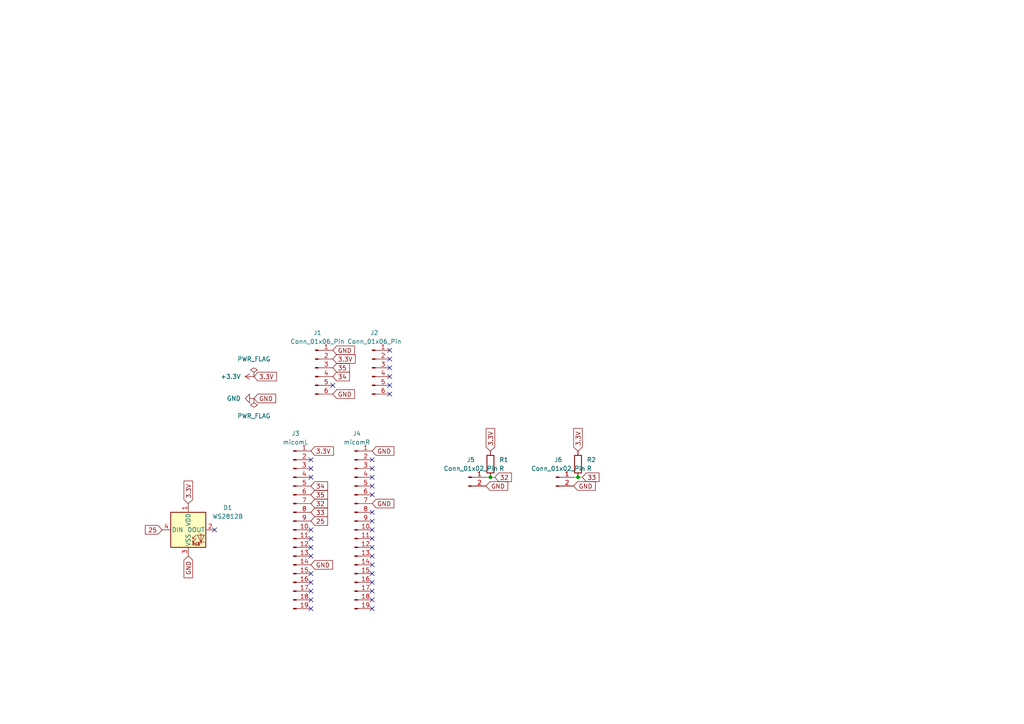
<source format=kicad_sch>
(kicad_sch (version 20250114) (generator "eeschema") (generator_version "9.0")
  (paper "A4")
  (lib_symbols
    (symbol "Connector:Conn_01x02_Pin" (pin_names (offset 1.016) (hide yes))
      (property "Reference" "J" (at 0 2.54 0))
      (property "Value" "Conn_01x02_Pin" (at 0 -5.08 0))
      (symbol "Conn_01x02_Pin_1_1"
        (rectangle (start 0.8636 0.127) (end 0 -0.127) (stroke (width 0.1524)) (fill (type outline)))
        (rectangle (start 0.8636 -2.413) (end 0 -2.667) (stroke (width 0.1524)) (fill (type outline)))
        (polyline (pts (xy 1.27 0) (xy 0.8636 0)) (stroke (width 0.1524)))
        (polyline (pts (xy 1.27 -2.54) (xy 0.8636 -2.54)) (stroke (width 0.1524)))
        (pin passive line (at 5.08 0 180) (length 3.81) (name "Pin_1") (number "1"))
        (pin passive line (at 5.08 -2.54 180) (length 3.81) (name "Pin_2") (number "2"))
      )
    )
    (symbol "Connector:Conn_01x06_Pin" (pin_names (offset 1.016) (hide yes))
      (property "Reference" "J" (at 0 7.62 0))
      (property "Value" "Conn_01x06_Pin" (at 0 -10.16 0))
      (symbol "Conn_01x06_Pin_1_1"
        (rectangle (start 0.8636 5.207) (end 0 4.953) (stroke (width 0.1524)) (fill (type outline)))
        (rectangle (start 0.8636 2.667) (end 0 2.413) (stroke (width 0.1524)) (fill (type outline)))
        (rectangle (start 0.8636 0.127) (end 0 -0.127) (stroke (width 0.1524)) (fill (type outline)))
        (rectangle (start 0.8636 -2.413) (end 0 -2.667) (stroke (width 0.1524)) (fill (type outline)))
        (rectangle (start 0.8636 -4.953) (end 0 -5.207) (stroke (width 0.1524)) (fill (type outline)))
        (rectangle (start 0.8636 -7.493) (end 0 -7.747) (stroke (width 0.1524)) (fill (type outline)))
        (polyline (pts (xy 1.27 5.08) (xy 0.8636 5.08)) (stroke (width 0.1524)))
        (polyline (pts (xy 1.27 2.54) (xy 0.8636 2.54)) (stroke (width 0.1524)))
        (polyline (pts (xy 1.27 0) (xy 0.8636 0)) (stroke (width 0.1524)))
        (polyline (pts (xy 1.27 -2.54) (xy 0.8636 -2.54)) (stroke (width 0.1524)))
        (polyline (pts (xy 1.27 -5.08) (xy 0.8636 -5.08)) (stroke (width 0.1524)))
        (polyline (pts (xy 1.27 -7.62) (xy 0.8636 -7.62)) (stroke (width 0.1524)))
        (pin passive line (at 5.08 5.08 180) (length 3.81) (name "Pin_1") (number "1"))
        (pin passive line (at 5.08 2.54 180) (length 3.81) (name "Pin_2") (number "2"))
        (pin passive line (at 5.08 0 180) (length 3.81) (name "Pin_3") (number "3"))
        (pin passive line (at 5.08 -2.54 180) (length 3.81) (name "Pin_4") (number "4"))
        (pin passive line (at 5.08 -5.08 180) (length 3.81) (name "Pin_5") (number "5"))
        (pin passive line (at 5.08 -7.62 180) (length 3.81) (name "Pin_6") (number "6"))
      )
    )
    (symbol "Connector:Conn_01x19_Pin" (pin_names (offset 1.016) (hide yes))
      (property "Reference" "J" (at 0 25.4 0))
      (property "Value" "Conn_01x19_Pin" (at 0 -25.4 0))
      (symbol "Conn_01x19_Pin_1_1"
        (rectangle (start 0.8636 22.987) (end 0 22.733) (stroke (width 0.1524)) (fill (type outline)))
        (rectangle (start 0.8636 20.447) (end 0 20.193) (stroke (width 0.1524)) (fill (type outline)))
        (rectangle (start 0.8636 17.907) (end 0 17.653) (stroke (width 0.1524)) (fill (type outline)))
        (rectangle (start 0.8636 15.367) (end 0 15.113) (stroke (width 0.1524)) (fill (type outline)))
        (rectangle (start 0.8636 12.827) (end 0 12.573) (stroke (width 0.1524)) (fill (type outline)))
        (rectangle (start 0.8636 10.287) (end 0 10.033) (stroke (width 0.1524)) (fill (type outline)))
        (rectangle (start 0.8636 7.747) (end 0 7.493) (stroke (width 0.1524)) (fill (type outline)))
        (rectangle (start 0.8636 5.207) (end 0 4.953) (stroke (width 0.1524)) (fill (type outline)))
        (rectangle (start 0.8636 2.667) (end 0 2.413) (stroke (width 0.1524)) (fill (type outline)))
        (rectangle (start 0.8636 0.127) (end 0 -0.127) (stroke (width 0.1524)) (fill (type outline)))
        (rectangle (start 0.8636 -2.413) (end 0 -2.667) (stroke (width 0.1524)) (fill (type outline)))
        (rectangle (start 0.8636 -4.953) (end 0 -5.207) (stroke (width 0.1524)) (fill (type outline)))
        (rectangle (start 0.8636 -7.493) (end 0 -7.747) (stroke (width 0.1524)) (fill (type outline)))
        (rectangle (start 0.8636 -10.033) (end 0 -10.287) (stroke (width 0.1524)) (fill (type outline)))
        (rectangle (start 0.8636 -12.573) (end 0 -12.827) (stroke (width 0.1524)) (fill (type outline)))
        (rectangle (start 0.8636 -15.113) (end 0 -15.367) (stroke (width 0.1524)) (fill (type outline)))
        (rectangle (start 0.8636 -17.653) (end 0 -17.907) (stroke (width 0.1524)) (fill (type outline)))
        (rectangle (start 0.8636 -20.193) (end 0 -20.447) (stroke (width 0.1524)) (fill (type outline)))
        (rectangle (start 0.8636 -22.733) (end 0 -22.987) (stroke (width 0.1524)) (fill (type outline)))
        (polyline (pts (xy 1.27 22.86) (xy 0.8636 22.86)) (stroke (width 0.1524)))
        (polyline (pts (xy 1.27 20.32) (xy 0.8636 20.32)) (stroke (width 0.1524)))
        (polyline (pts (xy 1.27 17.78) (xy 0.8636 17.78)) (stroke (width 0.1524)))
        (polyline (pts (xy 1.27 15.24) (xy 0.8636 15.24)) (stroke (width 0.1524)))
        (polyline (pts (xy 1.27 12.7) (xy 0.8636 12.7)) (stroke (width 0.1524)))
        (polyline (pts (xy 1.27 10.16) (xy 0.8636 10.16)) (stroke (width 0.1524)))
        (polyline (pts (xy 1.27 7.62) (xy 0.8636 7.62)) (stroke (width 0.1524)))
        (polyline (pts (xy 1.27 5.08) (xy 0.8636 5.08)) (stroke (width 0.1524)))
        (polyline (pts (xy 1.27 2.54) (xy 0.8636 2.54)) (stroke (width 0.1524)))
        (polyline (pts (xy 1.27 0) (xy 0.8636 0)) (stroke (width 0.1524)))
        (polyline (pts (xy 1.27 -2.54) (xy 0.8636 -2.54)) (stroke (width 0.1524)))
        (polyline (pts (xy 1.27 -5.08) (xy 0.8636 -5.08)) (stroke (width 0.1524)))
        (polyline (pts (xy 1.27 -7.62) (xy 0.8636 -7.62)) (stroke (width 0.1524)))
        (polyline (pts (xy 1.27 -10.16) (xy 0.8636 -10.16)) (stroke (width 0.1524)))
        (polyline (pts (xy 1.27 -12.7) (xy 0.8636 -12.7)) (stroke (width 0.1524)))
        (polyline (pts (xy 1.27 -15.24) (xy 0.8636 -15.24)) (stroke (width 0.1524)))
        (polyline (pts (xy 1.27 -17.78) (xy 0.8636 -17.78)) (stroke (width 0.1524)))
        (polyline (pts (xy 1.27 -20.32) (xy 0.8636 -20.32)) (stroke (width 0.1524)))
        (polyline (pts (xy 1.27 -22.86) (xy 0.8636 -22.86)) (stroke (width 0.1524)))
        (pin passive line (at 5.08 22.86 180) (length 3.81) (name "Pin_1") (number "1"))
        (pin passive line (at 5.08 20.32 180) (length 3.81) (name "Pin_2") (number "2"))
        (pin passive line (at 5.08 17.78 180) (length 3.81) (name "Pin_3") (number "3"))
        (pin passive line (at 5.08 15.24 180) (length 3.81) (name "Pin_4") (number "4"))
        (pin passive line (at 5.08 12.7 180) (length 3.81) (name "Pin_5") (number "5"))
        (pin passive line (at 5.08 10.16 180) (length 3.81) (name "Pin_6") (number "6"))
        (pin passive line (at 5.08 7.62 180) (length 3.81) (name "Pin_7") (number "7"))
        (pin passive line (at 5.08 5.08 180) (length 3.81) (name "Pin_8") (number "8"))
        (pin passive line (at 5.08 2.54 180) (length 3.81) (name "Pin_9") (number "9"))
        (pin passive line (at 5.08 0 180) (length 3.81) (name "Pin_10") (number "10"))
        (pin passive line (at 5.08 -2.54 180) (length 3.81) (name "Pin_11") (number "11"))
        (pin passive line (at 5.08 -5.08 180) (length 3.81) (name "Pin_12") (number "12"))
        (pin passive line (at 5.08 -7.62 180) (length 3.81) (name "Pin_13") (number "13"))
        (pin passive line (at 5.08 -10.16 180) (length 3.81) (name "Pin_14") (number "14"))
        (pin passive line (at 5.08 -12.7 180) (length 3.81) (name "Pin_15") (number "15"))
        (pin passive line (at 5.08 -15.24 180) (length 3.81) (name "Pin_16") (number "16"))
        (pin passive line (at 5.08 -17.78 180) (length 3.81) (name "Pin_17") (number "17"))
        (pin passive line (at 5.08 -20.32 180) (length 3.81) (name "Pin_18") (number "18"))
        (pin passive line (at 5.08 -22.86 180) (length 3.81) (name "Pin_19") (number "19"))
      )
    )
    (symbol "Device:R" (pin_numbers (hide yes)) (pin_names (offset 0))
      (property "Reference" "R" (at 2.032 0 90))
      (property "Value" "R" (at 0 0 90))
      (symbol "R_0_1"
        (rectangle (start -1.016 -2.54) (end 1.016 2.54) (stroke (width 0.254)))
      )
      (symbol "R_1_1"
        (pin passive line (at 0 3.81 270) (length 1.27) (name "~") (number "1"))
        (pin passive line (at 0 -3.81 90) (length 1.27) (name "~") (number "2"))
      )
    )
    (symbol "LED:WS2812B" (pin_names (offset 0.254))
      (property "Reference" "D" (at 5.08 5.715 0))
      (property "Value" "WS2812B" (at 1.27 -5.715 0))
      (symbol "WS2812B_0_0"
        (text "RGB" (at 2.286 -4.191 0) (effects (font (size 0.762 0.762))))
      )
      (symbol "WS2812B_0_1"
        (polyline (pts (xy 1.27 -2.54) (xy 1.778 -2.54)))
        (polyline (pts (xy 1.27 -3.556) (xy 1.778 -3.556)))
        (polyline (pts (xy 2.286 -1.524) (xy 1.27 -2.54) (xy 1.27 -2.032)))
        (polyline (pts (xy 2.286 -2.54) (xy 1.27 -3.556) (xy 1.27 -3.048)))
        (polyline (pts (xy 3.683 -1.016) (xy 3.683 -3.556) (xy 3.683 -4.064)))
        (polyline (pts (xy 4.699 -1.524) (xy 2.667 -1.524) (xy 3.683 -3.556) (xy 4.699 -1.524)))
        (polyline (pts (xy 4.699 -3.556) (xy 2.667 -3.556)))
        (rectangle (start 5.08 5.08) (end -5.08 -5.08) (stroke (width 0.254)) (fill (type background)))
      )
      (symbol "WS2812B_1_1"
        (pin input line (at -7.62 0 0) (length 2.54) (name "DIN") (number "4"))
        (pin power_in line (at 0 7.62 270) (length 2.54) (name "VDD") (number "1"))
        (pin power_in line (at 0 -7.62 90) (length 2.54) (name "VSS") (number "3"))
        (pin output line (at 7.62 0 180) (length 2.54) (name "DOUT") (number "2"))
      )
    )
    (symbol "power:+3.3V" (power) (pin_numbers (hide yes)) (pin_names (offset 0) (hide yes))
      (property "Value" "+3.3V" (at 0 3.556 0))
      (symbol "+3.3V_0_1"
        (polyline (pts (xy -0.762 1.27) (xy 0 2.54)))
        (polyline (pts (xy 0 2.54) (xy 0.762 1.27)))
        (polyline (pts (xy 0 0) (xy 0 2.54)))
      )
      (symbol "+3.3V_1_1"
        (pin power_in line (at 0 0 90) (length 0) (name "~") (number "1"))
      )
    )
    (symbol "power:GND" (power) (pin_numbers (hide yes)) (pin_names (offset 0) (hide yes))
      (property "Value" "GND" (at 0 -3.81 0))
      (symbol "GND_0_1"
        (polyline (pts (xy 0 0) (xy 0 -1.27) (xy 1.27 -1.27) (xy 0 -2.54) (xy -1.27 -1.27) (xy 0 -1.27)))
      )
      (symbol "GND_1_1"
        (pin power_in line (at 0 0 270) (length 0) (name "~") (number "1"))
      )
    )
    (symbol "power:PWR_FLAG" (power) (pin_numbers (hide yes)) (pin_names (offset 0) (hide yes))
      (property "Value" "PWR_FLAG" (at 0 3.81 0))
      (symbol "PWR_FLAG_0_0"
        (pin power_out line (at 0 0 90) (length 0) (name "~") (number "1"))
      )
      (symbol "PWR_FLAG_0_1"
        (polyline (pts (xy 0 0) (xy 0 1.27) (xy -1.016 1.905) (xy 0 2.54) (xy 1.016 1.905) (xy 0 1.27)))
      )
    )
  )
  (junction (at 167.64 138.43))
  (junction (at 142.24 138.43))
  (no_connect (at 90.17 153.67))
  (no_connect (at 90.17 171.45))
  (no_connect (at 107.95 140.97))
  (no_connect (at 107.95 173.99))
  (no_connect (at 113.03 101.6))
  (no_connect (at 107.95 148.59))
  (no_connect (at 96.52 111.76))
  (no_connect (at 107.95 166.37))
  (no_connect (at 107.95 143.51))
  (no_connect (at 113.03 109.22))
  (no_connect (at 90.17 156.21))
  (no_connect (at 107.95 151.13))
  (no_connect (at 107.95 158.75))
  (no_connect (at 107.95 135.89))
  (no_connect (at 90.17 168.91))
  (no_connect (at 107.95 138.43))
  (no_connect (at 107.95 161.29))
  (no_connect (at 90.17 158.75))
  (no_connect (at 90.17 166.37))
  (no_connect (at 107.95 156.21))
  (no_connect (at 113.03 111.76))
  (no_connect (at 113.03 104.14))
  (no_connect (at 113.03 114.3))
  (no_connect (at 107.95 163.83))
  (no_connect (at 107.95 168.91))
  (no_connect (at 90.17 161.29))
  (no_connect (at 90.17 173.99))
  (no_connect (at 107.95 153.67))
  (no_connect (at 90.17 176.53))
  (no_connect (at 107.95 176.53))
  (no_connect (at 107.95 133.35))
  (no_connect (at 90.17 138.43))
  (no_connect (at 62.23 153.67))
  (no_connect (at 107.95 171.45))
  (no_connect (at 113.03 106.68))
  (no_connect (at 90.17 135.89))
  (no_connect (at 90.17 133.35))
  (wire (pts (xy 140.97 138.43) (xy 142.24 138.43)))
  (wire (pts (xy 167.64 138.43) (xy 168.91 138.43)))
  (wire (pts (xy 166.37 138.43) (xy 167.64 138.43)))
  (wire (pts (xy 142.24 138.43) (xy 143.51 138.43)))
  (global_label "33" (shape input) (at 168.91 138.43 0) (property "Intersheetrefs" "${INTERSHEET_REFS}" (effects (hide yes))))
  (global_label "35" (shape input) (at 90.17 143.51 0) (property "Intersheetrefs" "${INTERSHEET_REFS}" (effects (hide yes))))
  (global_label "GND" (shape input) (at 90.17 163.83 0) (property "Intersheetrefs" "${INTERSHEET_REFS}" (effects (hide yes))))
  (global_label "GND" (shape input) (at 54.61 161.29 270) (property "Intersheetrefs" "${INTERSHEET_REFS}" (effects (hide yes))))
  (global_label "GND" (shape input) (at 107.95 146.05 0) (property "Intersheetrefs" "${INTERSHEET_REFS}" (effects (hide yes))))
  (global_label "3.3V" (shape input) (at 167.64 130.81 90) (property "Intersheetrefs" "${INTERSHEET_REFS}" (effects (hide yes))))
  (global_label "GND" (shape input) (at 166.37 140.97 0) (property "Intersheetrefs" "${INTERSHEET_REFS}" (effects (hide yes))))
  (global_label "GND" (shape input) (at 96.52 101.6 0) (property "Intersheetrefs" "${INTERSHEET_REFS}" (effects (hide yes))))
  (global_label "3.3V" (shape input) (at 96.52 104.14 0) (property "Intersheetrefs" "${INTERSHEET_REFS}" (effects (hide yes))))
  (global_label "33" (shape input) (at 90.17 148.59 0) (property "Intersheetrefs" "${INTERSHEET_REFS}" (effects (hide yes))))
  (global_label "34" (shape input) (at 96.52 109.22 0) (property "Intersheetrefs" "${INTERSHEET_REFS}" (effects (hide yes))))
  (global_label "3.3V" (shape input) (at 90.17 130.81 0) (property "Intersheetrefs" "${INTERSHEET_REFS}" (effects (hide yes))))
  (global_label "GND" (shape input) (at 96.52 114.3 0) (property "Intersheetrefs" "${INTERSHEET_REFS}" (effects (hide yes))))
  (global_label "3.3V" (shape input) (at 73.66 109.22 0) (property "Intersheetrefs" "${INTERSHEET_REFS}" (effects (hide yes))))
  (global_label "3.3V" (shape input) (at 54.61 146.05 90) (property "Intersheetrefs" "${INTERSHEET_REFS}" (effects (hide yes))))
  (global_label "GND" (shape input) (at 107.95 130.81 0) (property "Intersheetrefs" "${INTERSHEET_REFS}" (effects (hide yes))))
  (global_label "32" (shape input) (at 143.51 138.43 0) (property "Intersheetrefs" "${INTERSHEET_REFS}" (effects (hide yes))))
  (global_label "34" (shape input) (at 90.17 140.97 0) (property "Intersheetrefs" "${INTERSHEET_REFS}" (effects (hide yes))))
  (global_label "GND" (shape input) (at 73.66 115.57 0) (property "Intersheetrefs" "${INTERSHEET_REFS}" (effects (hide yes))))
  (global_label "32" (shape input) (at 90.17 146.05 0) (property "Intersheetrefs" "${INTERSHEET_REFS}" (effects (hide yes))))
  (global_label "GND" (shape input) (at 140.97 140.97 0) (property "Intersheetrefs" "${INTERSHEET_REFS}" (effects (hide yes))))
  (global_label "25" (shape input) (at 46.99 153.67 180) (property "Intersheetrefs" "${INTERSHEET_REFS}" (effects (hide yes))))
  (global_label "35" (shape input) (at 96.52 106.68 0) (property "Intersheetrefs" "${INTERSHEET_REFS}" (effects (hide yes))))
  (global_label "25" (shape input) (at 90.17 151.13 0) (property "Intersheetrefs" "${INTERSHEET_REFS}" (effects (hide yes))))
  (global_label "3.3V" (shape input) (at 142.24 130.81 90) (property "Intersheetrefs" "${INTERSHEET_REFS}" (effects (hide yes))))
  (symbol (lib_id "power:+3.3V") (at 73.66 109.22 90) (unit 1)
    (property "Reference" "#PWR01" (effects (hide yes)))
    (property "Value" "+3.3V" (at 69.85 109.2199 90) (effects (justify left)))
    (property "Description" "Power symbol creates a global label with name \"+3.3V\"" (effects (hide yes)))
  )
  (symbol (lib_id "Connector:Conn_01x19_Pin") (at 102.87 153.67 0) (unit 1)
    (property "Reference" "J4" (at 103.505 125.73 0))
    (property "Value" "micomR" (at 103.505 128.27 0))
    (property "Footprint" "Connector_PinHeader_2.54mm:PinHeader_1x19_P2.54mm_Vertical" (effects (hide yes)))
    (property "Description" "Generic connector, single row, 01x19, script generated" (effects (hide yes)))
  )
  (symbol (lib_id "Connector:Conn_01x19_Pin") (at 85.09 153.67 0) (unit 1)
    (property "Reference" "J3" (at 85.725 125.73 0))
    (property "Value" "micomL" (at 85.725 128.27 0))
    (property "Footprint" "Connector_PinHeader_2.54mm:PinHeader_1x19_P2.54mm_Vertical" (effects (hide yes)))
    (property "Description" "Generic connector, single row, 01x19, script generated" (effects (hide yes)))
  )
  (symbol (lib_id "Connector:Conn_01x02_Pin") (at 135.89 138.43 0) (unit 1)
    (property "Reference" "J5" (at 136.525 133.35 0))
    (property "Value" "Conn_01x02_Pin" (at 136.525 135.89 0))
    (property "Footprint" "Connector_PinHeader_2.54mm:PinHeader_1x02_P2.54mm_Vertical" (effects (hide yes)))
    (property "Description" "Generic connector, single row, 01x02, script generated" (effects (hide yes)))
  )
  (symbol (lib_id "Connector:Conn_01x02_Pin") (at 161.29 138.43 0) (unit 1)
    (property "Reference" "J6" (at 161.925 133.35 0))
    (property "Value" "Conn_01x02_Pin" (at 161.925 135.89 0))
    (property "Footprint" "Connector_PinHeader_2.54mm:PinHeader_1x02_P2.54mm_Vertical" (effects (hide yes)))
    (property "Description" "Generic connector, single row, 01x02, script generated" (effects (hide yes)))
  )
  (symbol (lib_id "Device:R") (at 167.64 134.62 0) (unit 1)
    (property "Reference" "R2" (at 170.18 133.3499 0) (effects (justify left)))
    (property "Value" "R" (at 170.18 135.8899 0) (effects (justify left)))
    (property "Footprint" "Resistor_SMD:R_0805_2012Metric" (effects (hide yes)))
    (property "Description" "Resistor" (effects (hide yes)))
  )
  (symbol (lib_id "Connector:Conn_01x06_Pin") (at 91.44 106.68 0) (unit 1)
    (property "Reference" "J1" (at 92.075 96.52 0))
    (property "Value" "Conn_01x06_Pin" (at 92.075 99.06 0))
    (property "Footprint" "Connector_PinHeader_2.54mm:PinHeader_1x06_P2.54mm_Vertical" (effects (hide yes)))
    (property "Description" "Generic connector, single row, 01x06, script generated" (effects (hide yes)))
  )
  (symbol (lib_id "power:PWR_FLAG") (at 73.66 109.22 0) (unit 1)
    (property "Reference" "#FLG01" (effects (hide yes)))
    (property "Value" "PWR_FLAG" (at 73.66 104.14 0))
    (property "Description" "Special symbol for telling ERC where power comes from" (effects (hide yes)))
  )
  (symbol (lib_id "Device:R") (at 142.24 134.62 0) (unit 1)
    (property "Reference" "R1" (at 144.78 133.3499 0) (effects (justify left)))
    (property "Value" "R" (at 144.78 135.8899 0) (effects (justify left)))
    (property "Footprint" "Resistor_SMD:R_0805_2012Metric" (effects (hide yes)))
    (property "Description" "Resistor" (effects (hide yes)))
  )
  (symbol (lib_id "power:PWR_FLAG") (at 73.66 115.57 180) (unit 1)
    (property "Reference" "#FLG02" (effects (hide yes)))
    (property "Value" "PWR_FLAG" (at 73.66 120.65 0))
    (property "Description" "Special symbol for telling ERC where power comes from" (effects (hide yes)))
  )
  (symbol (lib_id "Connector:Conn_01x06_Pin") (at 107.95 106.68 0) (unit 1)
    (property "Reference" "J2" (at 108.585 96.52 0))
    (property "Value" "Conn_01x06_Pin" (at 108.585 99.06 0))
    (property "Footprint" "Connector_PinHeader_2.54mm:PinHeader_1x06_P2.54mm_Vertical" (effects (hide yes)))
    (property "Description" "Generic connector, single row, 01x06, script generated" (effects (hide yes)))
  )
  (symbol (lib_id "power:GND") (at 73.66 115.57 270) (unit 1)
    (property "Reference" "#PWR02" (effects (hide yes)))
    (property "Value" "GND" (at 69.85 115.5699 90) (effects (justify right)))
    (property "Description" "Power symbol creates a global label with name \"GND\" , ground" (effects (hide yes)))
  )
  (symbol (lib_id "LED:WS2812B") (at 54.61 153.67 0) (unit 1)
    (property "Reference" "D1" (at 66.04 147.2498 0))
    (property "Value" "WS2812B" (at 66.04 149.7898 0))
    (property "Footprint" "LED_SMD:LED_WS2812B_PLCC4_5.0x5.0mm_P3.2mm" (effects (hide yes)))
    (property "Datasheet" "https://cdn-shop.adafruit.com/datasheets/WS2812B.pdf" (effects (hide yes)))
    (property "Description" "RGB LED with integrated controller" (effects (hide yes)))
  )
)
</source>
